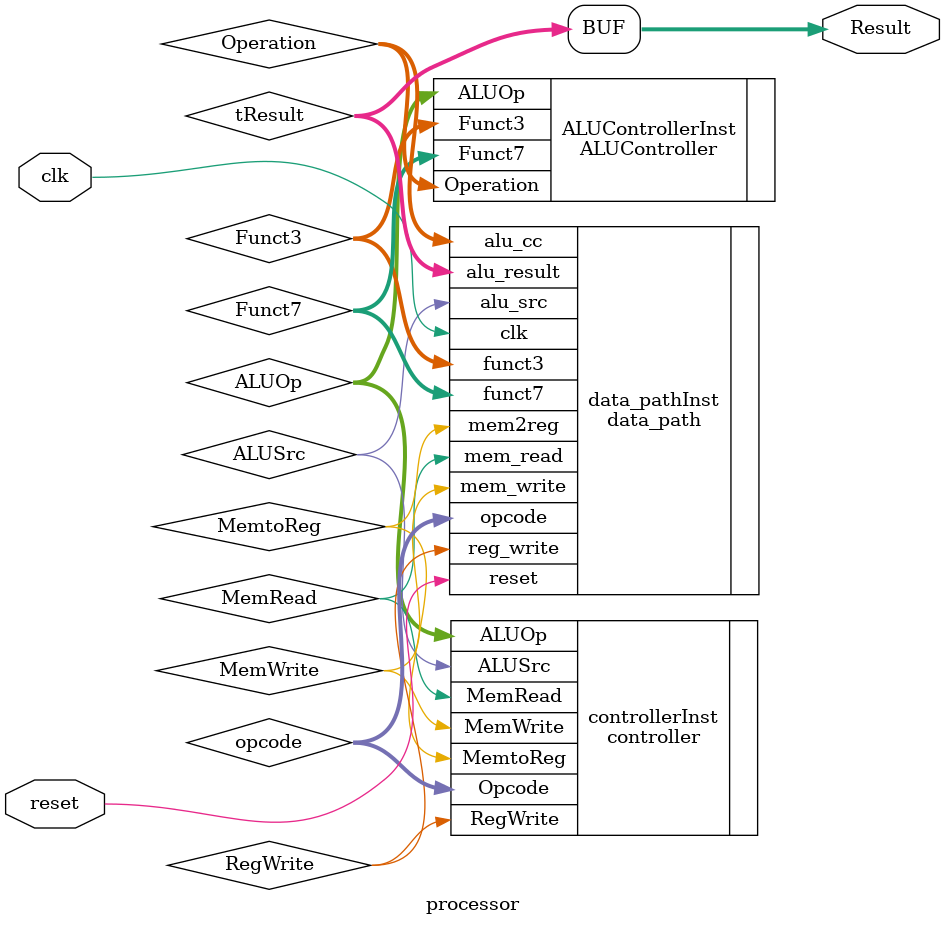
<source format=v>
`timescale 1ns / 1ps

module processor
(
input clk , reset ,
output [31:0] Result
);

wire [6:0]Funct7;
wire [2:0]Funct3;
wire [6:0]opcode;
wire [1:0]ALUOp;
wire RegWrite;
wire ALUSrc;
wire MemRead;
wire MemWrite;
wire MemtoReg;
wire [3:0]Operation;

wire [31:0]tResult;
assign Result = tResult;



// Define the processor modules behavior
data_path data_pathInst(
    .clk(clk),
    .reset(reset),
    .reg_write(RegWrite),
    .mem2reg(MemtoReg),
    .alu_src(ALUSrc),
    .mem_write(MemWrite),
    .mem_read(MemRead),
    .alu_cc(Operation),
    .opcode(opcode),
    .funct7(Funct7),
    .funct3(Funct3),
    .alu_result(tResult)
    );
    
controller controllerInst(
    .Opcode(opcode),
    .ALUOp(ALUOp),
    .RegWrite(RegWrite),
    .ALUSrc(ALUSrc),
    .MemRead(MemRead) ,
    .MemWrite(MemWrite),
    .MemtoReg(MemtoReg)
);

ALUController ALUControllerInst(
    .Funct7(Funct7),
    .Funct3(Funct3),
    .ALUOp(ALUOp),
    .Operation(Operation)
);


endmodule // processor

</source>
